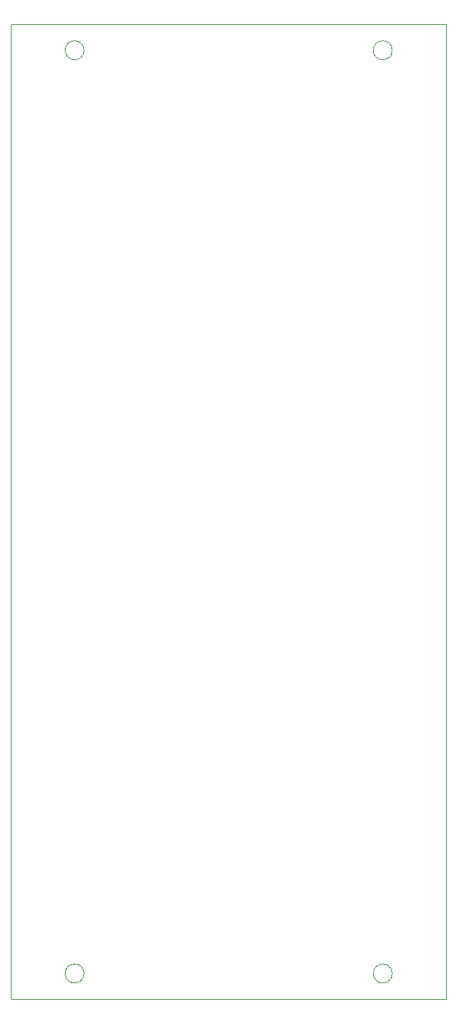
<source format=gbr>
%TF.GenerationSoftware,KiCad,Pcbnew,9.0.5-1.fc42*%
%TF.CreationDate,2025-11-30T23:17:14+01:00*%
%TF.ProjectId,Sub-Board,5375622d-426f-4617-9264-2e6b69636164,1*%
%TF.SameCoordinates,Original*%
%TF.FileFunction,Profile,NP*%
%FSLAX46Y46*%
G04 Gerber Fmt 4.6, Leading zero omitted, Abs format (unit mm)*
G04 Created by KiCad (PCBNEW 9.0.5-1.fc42) date 2025-11-30 23:17:14*
%MOMM*%
%LPD*%
G01*
G04 APERTURE LIST*
%TA.AperFunction,Profile*%
%ADD10C,0.050000*%
%TD*%
G04 APERTURE END LIST*
D10*
X110199820Y-148130000D02*
G75*
G02*
X108000180Y-148130000I-1099820J0D01*
G01*
X108000180Y-148130000D02*
G75*
G02*
X110199820Y-148130000I1099820J0D01*
G01*
X145999820Y-148130000D02*
G75*
G02*
X143800180Y-148130000I-1099820J0D01*
G01*
X143800180Y-148130000D02*
G75*
G02*
X145999820Y-148130000I1099820J0D01*
G01*
X145999820Y-41100000D02*
G75*
G02*
X143800180Y-41100000I-1099820J0D01*
G01*
X143800180Y-41100000D02*
G75*
G02*
X145999820Y-41100000I1099820J0D01*
G01*
X101727000Y-151130000D02*
X101727000Y-38100000D01*
X152273000Y-38100000D02*
X152273000Y-151130000D01*
X110199820Y-41100000D02*
G75*
G02*
X108000180Y-41100000I-1099820J0D01*
G01*
X108000180Y-41100000D02*
G75*
G02*
X110199820Y-41100000I1099820J0D01*
G01*
X101727000Y-38100000D02*
X152273000Y-38100000D01*
X152273000Y-151130000D02*
X101727000Y-151130000D01*
M02*

</source>
